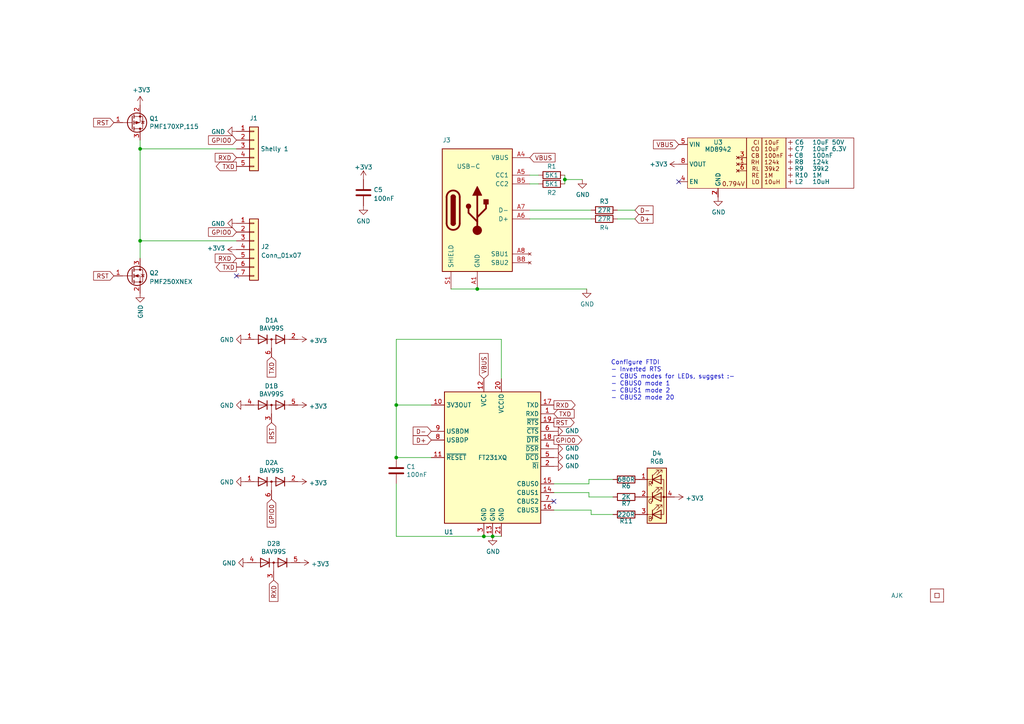
<source format=kicad_sch>
(kicad_sch (version 20230121) (generator eeschema)
  (paper "A4")
  (title_block (title "Tasmotizer") (date "${CURRENT_DATE}") (rev "4") (company "Adrian Kennard, Andrews & Arnold Ltd") (comment 1 "toot.me.uk/@RevK") (comment 2 "www.me.uk"))
  (lib_symbols
    (symbol "Connector_Generic:Conn_01x05" (pin_names (offset 1.016) hide)
      (property "Reference" "J" (at 0 7.62 0))
      (property "Value" "Conn_01x05" (at 0 -7.62 0))
      (symbol "Conn_01x05_1_1"
        (rectangle (start -1.27 -4.953) (end 0 -5.207) (stroke (width 0.1524)))
        (rectangle (start -1.27 -2.413) (end 0 -2.667) (stroke (width 0.1524)))
        (rectangle (start -1.27 0.127) (end 0 -0.127) (stroke (width 0.1524)))
        (rectangle (start -1.27 2.667) (end 0 2.413) (stroke (width 0.1524)))
        (rectangle (start -1.27 5.207) (end 0 4.953) (stroke (width 0.1524)))
        (rectangle (start -1.27 6.35) (end 1.27 -6.35) (stroke (width 0.254)) (fill (type background)))
        (pin passive line (at -5.08 5.08 0) (length 3.81) (name "Pin_1") (number "1"))
        (pin passive line (at -5.08 2.54 0) (length 3.81) (name "Pin_2") (number "2"))
        (pin passive line (at -5.08 0 0) (length 3.81) (name "Pin_3") (number "3"))
        (pin passive line (at -5.08 -2.54 0) (length 3.81) (name "Pin_4") (number "4"))
        (pin passive line (at -5.08 -5.08 0) (length 3.81) (name "Pin_5") (number "5"))
      )
    )
    (symbol "Connector_Generic:Conn_01x07" (pin_names (offset 1.016) hide)
      (property "Reference" "J" (at 0 10.16 0))
      (property "Value" "Conn_01x07" (at 0 -10.16 0))
      (symbol "Conn_01x07_1_1"
        (rectangle (start -1.27 -7.493) (end 0 -7.747) (stroke (width 0.1524)))
        (rectangle (start -1.27 -4.953) (end 0 -5.207) (stroke (width 0.1524)))
        (rectangle (start -1.27 -2.413) (end 0 -2.667) (stroke (width 0.1524)))
        (rectangle (start -1.27 0.127) (end 0 -0.127) (stroke (width 0.1524)))
        (rectangle (start -1.27 2.667) (end 0 2.413) (stroke (width 0.1524)))
        (rectangle (start -1.27 5.207) (end 0 4.953) (stroke (width 0.1524)))
        (rectangle (start -1.27 7.747) (end 0 7.493) (stroke (width 0.1524)))
        (rectangle (start -1.27 8.89) (end 1.27 -8.89) (stroke (width 0.254)) (fill (type background)))
        (pin passive line (at -5.08 7.62 0) (length 3.81) (name "Pin_1") (number "1"))
        (pin passive line (at -5.08 5.08 0) (length 3.81) (name "Pin_2") (number "2"))
        (pin passive line (at -5.08 2.54 0) (length 3.81) (name "Pin_3") (number "3"))
        (pin passive line (at -5.08 0 0) (length 3.81) (name "Pin_4") (number "4"))
        (pin passive line (at -5.08 -2.54 0) (length 3.81) (name "Pin_5") (number "5"))
        (pin passive line (at -5.08 -5.08 0) (length 3.81) (name "Pin_6") (number "6"))
        (pin passive line (at -5.08 -7.62 0) (length 3.81) (name "Pin_7") (number "7"))
      )
    )
    (symbol "Device:C" (pin_numbers hide) (pin_names (offset 0.254))
      (property "Reference" "C" (at 0.635 2.54 0))
      (property "Value" "C" (at 0.635 -2.54 0))
      (symbol "C_0_1"
        (polyline (pts (xy -2.032 -0.762) (xy 2.032 -0.762)) (stroke (width 0.508)))
        (polyline (pts (xy -2.032 0.762) (xy 2.032 0.762)) (stroke (width 0.508)))
      )
      (symbol "C_1_1"
        (pin passive line (at 0 3.81 270) (length 2.794) (name "~") (number "1"))
        (pin passive line (at 0 -3.81 90) (length 2.794) (name "~") (number "2"))
      )
    )
    (symbol "Device:LED_RGBA" (pin_names (offset 0) hide)
      (property "Reference" "D" (at 0 9.398 0))
      (property "Value" "LED_RGBA" (at 0 -8.89 0))
      (symbol "LED_RGBA_0_0"
        (text "B" (at -1.905 -6.35 0) (effects (font (size 1.27 1.27))))
        (text "G" (at -1.905 -1.27 0) (effects (font (size 1.27 1.27))))
        (text "R" (at -1.905 3.81 0) (effects (font (size 1.27 1.27))))
      )
      (symbol "LED_RGBA_0_1"
        (polyline (pts (xy -1.27 -5.08) (xy -2.54 -5.08)))
        (polyline (pts (xy -1.27 -5.08) (xy 1.27 -5.08)))
        (polyline (pts (xy -1.27 -3.81) (xy -1.27 -6.35)) (stroke (width 0.254)))
        (polyline (pts (xy -1.27 0) (xy -2.54 0)))
        (polyline (pts (xy -1.27 1.27) (xy -1.27 -1.27)) (stroke (width 0.254)))
        (polyline (pts (xy -1.27 5.08) (xy -2.54 5.08)))
        (polyline (pts (xy -1.27 5.08) (xy 1.27 5.08)))
        (polyline (pts (xy -1.27 6.35) (xy -1.27 3.81)) (stroke (width 0.254)))
        (polyline (pts (xy 1.27 0) (xy -1.27 0)))
        (polyline (pts (xy 1.27 0) (xy 2.54 0)))
        (polyline (pts (xy -1.27 1.27) (xy -1.27 -1.27) (xy -1.27 -1.27)))
        (polyline (pts (xy -1.27 6.35) (xy -1.27 3.81) (xy -1.27 3.81)))
        (polyline (pts (xy 1.27 -5.08) (xy 2.032 -5.08) (xy 2.032 5.08) (xy 1.27 5.08)))
        (polyline (pts (xy 1.27 -3.81) (xy 1.27 -6.35) (xy -1.27 -5.08) (xy 1.27 -3.81)) (stroke (width 0.254)))
        (polyline (pts (xy 1.27 1.27) (xy 1.27 -1.27) (xy -1.27 0) (xy 1.27 1.27)) (stroke (width 0.254)))
        (polyline (pts (xy 1.27 6.35) (xy 1.27 3.81) (xy -1.27 5.08) (xy 1.27 6.35)) (stroke (width 0.254)))
        (polyline (pts (xy -1.016 -3.81) (xy 0.508 -2.286) (xy -0.254 -2.286) (xy 0.508 -2.286) (xy 0.508 -3.048)))
        (polyline (pts (xy -1.016 1.27) (xy 0.508 2.794) (xy -0.254 2.794) (xy 0.508 2.794) (xy 0.508 2.032)))
        (polyline (pts (xy -1.016 6.35) (xy 0.508 7.874) (xy -0.254 7.874) (xy 0.508 7.874) (xy 0.508 7.112)))
        (polyline (pts (xy 0 -3.81) (xy 1.524 -2.286) (xy 0.762 -2.286) (xy 1.524 -2.286) (xy 1.524 -3.048)))
        (polyline (pts (xy 0 1.27) (xy 1.524 2.794) (xy 0.762 2.794) (xy 1.524 2.794) (xy 1.524 2.032)))
        (polyline (pts (xy 0 6.35) (xy 1.524 7.874) (xy 0.762 7.874) (xy 1.524 7.874) (xy 1.524 7.112)))
        (rectangle (start 1.27 -1.27) (end 1.27 1.27))
        (rectangle (start 1.27 1.27) (end 1.27 1.27))
        (rectangle (start 1.27 3.81) (end 1.27 6.35))
        (rectangle (start 1.27 6.35) (end 1.27 6.35))
        (circle (center 2.032 0) (radius 0.254) (fill (type outline)))
        (rectangle (start 2.794 8.382) (end -2.794 -7.62) (stroke (width 0.254)) (fill (type background)))
      )
      (symbol "LED_RGBA_1_1"
        (pin passive line (at -5.08 5.08 0) (length 2.54) (name "RK") (number "1"))
        (pin passive line (at -5.08 0 0) (length 2.54) (name "GK") (number "2"))
        (pin passive line (at -5.08 -5.08 0) (length 2.54) (name "BK") (number "3"))
        (pin passive line (at 5.08 0 180) (length 2.54) (name "A") (number "4"))
      )
    )
    (symbol "Device:Q_PMOS_GSD" (pin_names (offset 0) hide)
      (property "Reference" "Q" (at 5.08 1.27 0))
      (property "Value" "Q_PMOS_GSD" (at 5.08 -1.27 0))
      (symbol "Q_PMOS_GSD_0_1"
        (polyline (pts (xy 0.254 0) (xy -2.54 0)))
        (polyline (pts (xy 0.254 1.905) (xy 0.254 -1.905)) (stroke (width 0.254)))
        (polyline (pts (xy 0.762 -1.27) (xy 0.762 -2.286)) (stroke (width 0.254)))
        (polyline (pts (xy 0.762 0.508) (xy 0.762 -0.508)) (stroke (width 0.254)))
        (polyline (pts (xy 0.762 2.286) (xy 0.762 1.27)) (stroke (width 0.254)))
        (polyline (pts (xy 2.54 2.54) (xy 2.54 1.778)))
        (polyline (pts (xy 2.54 -2.54) (xy 2.54 0) (xy 0.762 0)))
        (polyline (pts (xy 0.762 1.778) (xy 3.302 1.778) (xy 3.302 -1.778) (xy 0.762 -1.778)))
        (polyline (pts (xy 2.286 0) (xy 1.27 0.381) (xy 1.27 -0.381) (xy 2.286 0)) (fill (type outline)))
        (polyline (pts (xy 2.794 -0.508) (xy 2.921 -0.381) (xy 3.683 -0.381) (xy 3.81 -0.254)))
        (polyline (pts (xy 3.302 -0.381) (xy 2.921 0.254) (xy 3.683 0.254) (xy 3.302 -0.381)))
        (circle (center 1.651 0) (radius 2.794) (stroke (width 0.254)))
        (circle (center 2.54 -1.778) (radius 0.254) (fill (type outline)))
        (circle (center 2.54 1.778) (radius 0.254) (fill (type outline)))
      )
      (symbol "Q_PMOS_GSD_1_1"
        (pin input line (at -5.08 0 0) (length 2.54) (name "G") (number "1"))
        (pin passive line (at 2.54 -5.08 90) (length 2.54) (name "S") (number "2"))
        (pin passive line (at 2.54 5.08 270) (length 2.54) (name "D") (number "3"))
      )
    )
    (symbol "Device:R" (pin_numbers hide) (pin_names (offset 0))
      (property "Reference" "R" (at 2.032 0 90))
      (property "Value" "R" (at 0 0 90))
      (symbol "R_0_1"
        (rectangle (start -1.016 -2.54) (end 1.016 2.54) (stroke (width 0.254)))
      )
      (symbol "R_1_1"
        (pin passive line (at 0 3.81 270) (length 1.27) (name "~") (number "1"))
        (pin passive line (at 0 -3.81 90) (length 1.27) (name "~") (number "2"))
      )
    )
    (symbol "Diode:BAV99S" (pin_names (offset 0.0254) hide)
      (property "Reference" "D" (at 0 2.54 0))
      (property "Value" "BAV99S" (at 0 5.08 0))
      (symbol "BAV99S_0_1"
        (polyline (pts (xy -5.08 0) (xy 5.08 0)))
        (polyline (pts (xy 0 0) (xy 0 -2.54)))
        (polyline (pts (xy -1.27 -1.27) (xy -1.27 1.27) (xy -1.27 1.27)) (stroke (width 0.254)))
        (polyline (pts (xy 3.81 1.27) (xy 3.81 -1.27) (xy 3.81 -1.27)) (stroke (width 0.254)))
        (polyline (pts (xy -3.81 1.27) (xy -1.27 0) (xy -3.81 -1.27) (xy -3.81 1.27) (xy -3.81 1.27) (xy -3.81 1.27)) (stroke (width 0.254)))
        (polyline (pts (xy 1.27 1.27) (xy 3.81 0) (xy 1.27 -1.27) (xy 1.27 1.27) (xy 1.27 1.27) (xy 1.27 1.27)) (stroke (width 0.254)))
        (circle (center 0 0) (radius 0.254) (fill (type outline)))
      )
      (symbol "BAV99S_1_1"
        (polyline (pts (xy 6.35 0) (xy 7.62 0)))
        (pin passive line (at -7.62 0 0) (length 2.54) (name "A1") (number "1"))
        (pin passive line (at 7.62 0 180) (length 2.54) (name "K2") (number "2"))
        (pin passive line (at 0 -5.08 90) (length 2.54) (name "K3A4") (number "6"))
      )
      (symbol "BAV99S_2_1"
        (polyline (pts (xy 6.35 0) (xy 7.62 0)))
        (pin passive line (at 0 -5.08 90) (length 2.54) (name "K1A2") (number "3"))
        (pin passive line (at -7.62 0 0) (length 2.54) (name "A3") (number "4"))
        (pin passive line (at 7.62 0 180) (length 2.54) (name "K4") (number "5"))
      )
    )
    (symbol "RevK:AJK" (pin_names (offset 1.016)) (in_bom no)
      (property "Value" "AJK" (at 0 0 0))
    )
    (symbol "RevK:FT231XQ"
      (property "Reference" "U" (at -13.97 20.32 0))
      (property "Value" "FT231XQ" (at 6.35 20.32 0))
      (property "JLCPCB Rotation Offset" "90" (at 0 0 0))
      (symbol "FT231XQ_0_1"
        (rectangle (start -13.97 19.05) (end 13.97 -19.05) (stroke (width 0.254)) (fill (type background)))
      )
      (symbol "FT231XQ_1_1"
        (pin input line (at 17.78 12.7 180) (length 3.81) (name "RXD") (number "1"))
        (pin passive line (at -17.78 15.24 0) (length 3.81) (name "3V3OUT") (number "10"))
        (pin input line (at -17.78 0 0) (length 3.81) (name "~{RESET}") (number "11"))
        (pin power_in line (at -2.54 22.86 270) (length 3.81) (name "VCC") (number "12"))
        (pin power_in line (at 0 -22.86 90) (length 3.81) (name "GND") (number "13"))
        (pin bidirectional line (at 17.78 -10.16 180) (length 3.81) (name "CBUS1") (number "14"))
        (pin bidirectional line (at 17.78 -7.62 180) (length 3.81) (name "CBUS0") (number "15"))
        (pin bidirectional line (at 17.78 -15.24 180) (length 3.81) (name "CBUS3") (number "16"))
        (pin output line (at 17.78 15.24 180) (length 3.81) (name "TXD") (number "17"))
        (pin output line (at 17.78 5.08 180) (length 3.81) (name "~{DTR}") (number "18"))
        (pin output line (at 17.78 10.16 180) (length 3.81) (name "~{RTS}") (number "19"))
        (pin input line (at 17.78 -2.54 180) (length 3.81) (name "~{RI}") (number "2"))
        (pin power_in line (at 2.54 22.86 270) (length 3.81) (name "VCCIO") (number "20"))
        (pin power_in line (at 2.54 -22.86 90) (length 3.81) (name "GND") (number "21"))
        (pin power_in line (at -2.54 -22.86 90) (length 3.81) (name "GND") (number "3"))
        (pin input line (at 17.78 2.54 180) (length 3.81) (name "~{DSR}") (number "4"))
        (pin input line (at 17.78 0 180) (length 3.81) (name "~{DCD}") (number "5"))
        (pin input line (at 17.78 7.62 180) (length 3.81) (name "~{CTS}") (number "6"))
        (pin bidirectional line (at 17.78 -12.7 180) (length 3.81) (name "CBUS2") (number "7"))
        (pin bidirectional line (at -17.78 5.08 0) (length 3.81) (name "USBDP") (number "8"))
        (pin bidirectional line (at -17.78 7.62 0) (length 3.81) (name "USBDM") (number "9"))
      )
    )
    (symbol "RevK:Hidden" (pin_names (offset 1.016))
      (property "Reference" "Z" (at 0.635 0 0))
      (property "Value" "Hidden" (at 4.445 0 0))
      (symbol "Hidden_0_1"
        (polyline (pts (xy -0.635 0) (xy 0.635 0)) (stroke (width 0.1524)))
        (polyline (pts (xy 0 0.635) (xy 0 -0.635)) (stroke (width 0.1524)))
      )
      (symbol "Hidden_1_1"
        (pin no_connect non_logic (at 0 -2.54 90) (length 2.54) hide (name "~") (number "~"))
      )
    )
    (symbol "RevK:MD89420-RegBlock"
      (property "Reference" "U" (at -0.635 4.445 0))
      (property "Value" "MD8942" (at 0 6.35 0))
      (symbol "MD89420-RegBlock_1_1"
        (rectangle (start -8.89 7.62) (end 8.255 -6.985) (fill (type background)))
        (rectangle (start 8.255 7.62) (end 12.7 -6.985) (fill (type background)))
        (rectangle (start 12.7 7.62) (end 19.685 -6.985) (fill (type background)))
        (rectangle (start 19.685 7.62) (end 39.37 -6.985))
        (text "0.794V" (at 4.445 -5.715 0) (effects (font (size 1.27 1.27))))
        (text "10uF\n10uF\n100nF\n124k\n39k2\n1M\n10uH" (at 13.335 6.985 0) (effects (font (size 1.185 1.185)) (justify left top)))
        (text "CI\nCO\nCB\nRH\nRL\nRE\nLO" (at 12.065 6.985 0) (effects (font (size 1.185 1.185)) (justify right top)))
        (pin no_connect line (at 5.715 0 0) (length 2.54) (name "") (number "1"))
        (pin power_in line (at 0 -9.525 90) (length 2.54) (name "GND") (number "2"))
        (pin no_connect line (at 5.715 1.905 0) (length 2.54) (name "") (number "3"))
        (pin input line (at -11.43 -5.08 0) (length 2.54) (name "EN") (number "4"))
        (pin power_in line (at -11.43 5.715 0) (length 2.54) (name "VIN") (number "5"))
        (pin no_connect line (at 5.715 -1.905 0) (length 2.54) (name "") (number "6"))
        (pin power_in line (at 0 -9.525 90) (length 2.54) (name "GND") (number "7"))
        (pin power_out line (at -11.43 0 0) (length 2.54) (name "VOUT") (number "8"))
      )
    )
    (symbol "RevK:NX7002AK" (pin_names (offset 0) hide)
      (property "Reference" "Q" (at 5.08 1.27 0))
      (property "Value" "NX7002AK" (at 5.08 -1.27 0))
      (symbol "NX7002AK_0_1"
        (polyline (pts (xy 0.254 0) (xy -2.54 0)))
        (polyline (pts (xy 0.254 1.905) (xy 0.254 -1.905)) (stroke (width 0.254)))
        (polyline (pts (xy 0.762 -1.27) (xy 0.762 -2.286)) (stroke (width 0.254)))
        (polyline (pts (xy 0.762 0.508) (xy 0.762 -0.508)) (stroke (width 0.254)))
        (polyline (pts (xy 0.762 2.286) (xy 0.762 1.27)) (stroke (width 0.254)))
        (polyline (pts (xy 2.54 2.54) (xy 2.54 1.778)))
        (polyline (pts (xy 2.54 -2.54) (xy 2.54 0) (xy 0.762 0)))
        (polyline (pts (xy 0.762 -1.778) (xy 3.302 -1.778) (xy 3.302 1.778) (xy 0.762 1.778)))
        (polyline (pts (xy 1.016 0) (xy 2.032 0.381) (xy 2.032 -0.381) (xy 1.016 0)) (fill (type outline)))
        (polyline (pts (xy 2.794 0.508) (xy 2.921 0.381) (xy 3.683 0.381) (xy 3.81 0.254)))
        (polyline (pts (xy 3.302 0.381) (xy 2.921 -0.254) (xy 3.683 -0.254) (xy 3.302 0.381)))
        (circle (center 1.651 0) (radius 2.794) (stroke (width 0.254)))
        (circle (center 2.54 -1.778) (radius 0.254) (fill (type outline)))
        (circle (center 2.54 1.778) (radius 0.254) (fill (type outline)))
      )
      (symbol "NX7002AK_1_1"
        (pin input line (at -5.08 0 0) (length 2.54) (name "G") (number "1"))
        (pin passive line (at 2.54 -5.08 90) (length 2.54) (name "S") (number "2"))
        (pin passive line (at 2.54 5.08 270) (length 2.54) (name "D") (number "3"))
      )
    )
    (symbol "RevK:QR" (pin_names (offset 1.016)) (in_bom no)
      (symbol "QR_0_1"
        (rectangle (start -1.905 -1.905) (end -1.905 1.905))
        (rectangle (start -1.905 1.905) (end 1.905 1.905))
        (rectangle (start -0.635 -0.635) (end -0.635 0.635))
        (rectangle (start -0.635 0.635) (end 0.635 0.635))
        (rectangle (start 0.635 -0.635) (end -0.635 -0.635))
        (rectangle (start 0.635 0.635) (end 0.635 -0.635))
        (rectangle (start 1.905 -1.905) (end -1.905 -1.905))
        (rectangle (start 1.905 1.905) (end 1.905 -1.905))
      )
    )
    (symbol "RevK:USB-C" (pin_names (offset 1.016))
      (property "Reference" "J" (at -10.16 19.05 0))
      (property "Value" "USB-C" (at -7.62 15.24 0))
      (symbol "USB-C_0_1"
        (rectangle (start -10.16 17.78) (end 10.16 -17.78) (stroke (width 0.254)) (fill (type background)))
        (arc (start -8.89 -3.81) (mid -6.985 -5.7067) (end -5.08 -3.81) (stroke (width 0.508)))
        (arc (start -7.62 -3.81) (mid -6.985 -4.4423) (end -6.35 -3.81) (stroke (width 0.254)))
        (arc (start -7.62 -3.81) (mid -6.985 -4.4423) (end -6.35 -3.81) (stroke (width 0.254)) (fill (type outline)))
        (rectangle (start -7.62 -3.81) (end -6.35 3.81) (stroke (width 0.254)) (fill (type outline)))
        (arc (start -6.35 3.81) (mid -6.985 4.4423) (end -7.62 3.81) (stroke (width 0.254)))
        (arc (start -6.35 3.81) (mid -6.985 4.4423) (end -7.62 3.81) (stroke (width 0.254)) (fill (type outline)))
        (arc (start -5.08 3.81) (mid -6.985 5.7067) (end -8.89 3.81) (stroke (width 0.508)))
        (circle (center -2.54 1.143) (radius 0.635) (stroke (width 0.254)) (fill (type outline)))
        (circle (center 0 -5.842) (radius 1.27) (fill (type outline)))
        (polyline (pts (xy -8.89 -3.81) (xy -8.89 3.81)) (stroke (width 0.508)))
        (polyline (pts (xy -5.08 3.81) (xy -5.08 -3.81)) (stroke (width 0.508)))
        (polyline (pts (xy 0 -5.842) (xy 0 4.318)) (stroke (width 0.508)))
        (polyline (pts (xy 0 -3.302) (xy -2.54 -0.762) (xy -2.54 0.508)) (stroke (width 0.508)))
        (polyline (pts (xy 0 -2.032) (xy 2.54 0.508) (xy 2.54 1.778)) (stroke (width 0.508)))
        (polyline (pts (xy -1.27 4.318) (xy 0 6.858) (xy 1.27 4.318) (xy -1.27 4.318)) (stroke (width 0.254)) (fill (type outline)))
        (rectangle (start 1.905 1.778) (end 3.175 3.048) (stroke (width 0.254)) (fill (type outline)))
      )
      (symbol "USB-C_1_1"
        (pin power_out line (at 0 -22.86 90) (length 5.08) (name "GND") (number "A1"))
        (pin passive line (at 0 -22.86 90) (length 5.08) hide (name "GND") (number "A12"))
        (pin power_out line (at 15.24 15.24 180) (length 5.08) (name "VBUS") (number "A4"))
        (pin bidirectional line (at 15.24 10.16 180) (length 5.08) (name "CC1") (number "A5"))
        (pin bidirectional line (at 15.24 -2.54 180) (length 5.08) (name "D+") (number "A6"))
        (pin bidirectional line (at 15.24 0 180) (length 5.08) (name "D-") (number "A7"))
        (pin no_connect line (at 15.24 -12.7 180) (length 5.08) (name "SBU1") (number "A8"))
        (pin passive line (at 15.24 15.24 180) (length 5.08) hide (name "VBUS") (number "A9"))
        (pin passive line (at 0 -22.86 90) (length 5.08) hide (name "GND") (number "B1"))
        (pin passive line (at 0 -22.86 90) (length 5.08) hide (name "GND") (number "B12"))
        (pin passive line (at 15.24 15.24 180) (length 5.08) hide (name "VBUS") (number "B4"))
        (pin bidirectional line (at 15.24 7.62 180) (length 5.08) (name "CC2") (number "B5"))
        (pin bidirectional line (at 15.24 -2.54 180) (length 5.08) hide (name "D+") (number "B6"))
        (pin bidirectional line (at 15.24 0 180) (length 5.08) hide (name "D-") (number "B7"))
        (pin no_connect line (at 15.24 -15.24 180) (length 5.08) (name "SBU2") (number "B8"))
        (pin passive line (at 15.24 15.24 180) (length 5.08) hide (name "VBUS") (number "B9"))
        (pin passive line (at -7.62 -22.86 90) (length 5.08) (name "SHIELD") (number "S1"))
      )
    )
    (symbol "power:+3.3V" (power) (pin_names (offset 0))
      (property "Value" "+3.3V" (at 0 3.556 0))
      (symbol "+3.3V_0_1"
        (polyline (pts (xy -0.762 1.27) (xy 0 2.54)))
        (polyline (pts (xy 0 0) (xy 0 2.54)))
        (polyline (pts (xy 0 2.54) (xy 0.762 1.27)))
      )
      (symbol "+3.3V_1_1"
        (pin power_in line (at 0 0 90) (length 0) hide (name "+3V3") (number "1"))
      )
    )
    (symbol "power:GND" (power) (pin_names (offset 0))
      (property "Value" "GND" (at 0 -3.81 0))
      (symbol "GND_0_1"
        (polyline (pts (xy 0 0) (xy 0 -1.27) (xy 1.27 -1.27) (xy 0 -2.54) (xy -1.27 -1.27) (xy 0 -1.27)))
      )
      (symbol "GND_1_1"
        (pin power_in line (at 0 0 270) (length 0) hide (name "GND") (number "1"))
      )
    )
  )
  (junction (at 114.935 117.475))
  (junction (at 40.64 43.18))
  (junction (at 114.935 132.715))
  (junction (at 40.64 69.85))
  (junction (at 142.875 155.575))
  (junction (at 163.83 52.07))
  (junction (at 140.335 155.575))
  (junction (at 138.43 83.82))
  (no_connect (at 196.85 52.705))
  (no_connect (at 68.58 80.01))
  (no_connect (at 160.655 145.415))
  (wire (pts (xy 130.81 83.82) (xy 138.43 83.82)))
  (wire (pts (xy 163.83 52.07) (xy 163.83 53.34)))
  (wire (pts (xy 40.64 40.64) (xy 40.64 43.18)))
  (wire (pts (xy 170.815 140.335) (xy 170.815 139.065)))
  (wire (pts (xy 171.45 149.225) (xy 177.8 149.225)))
  (wire (pts (xy 145.415 109.855) (xy 145.415 98.425)))
  (wire (pts (xy 160.655 140.335) (xy 170.815 140.335)))
  (wire (pts (xy 163.83 50.8) (xy 163.83 52.07)))
  (wire (pts (xy 40.64 43.18) (xy 40.64 69.85)))
  (wire (pts (xy 171.45 147.955) (xy 171.45 149.225)))
  (wire (pts (xy 145.415 155.575) (xy 142.875 155.575)))
  (wire (pts (xy 153.67 53.34) (xy 156.21 53.34)))
  (wire (pts (xy 114.935 155.575) (xy 140.335 155.575)))
  (wire (pts (xy 179.07 60.96) (xy 184.15 60.96)))
  (wire (pts (xy 114.935 140.335) (xy 114.935 155.575)))
  (wire (pts (xy 114.935 117.475) (xy 114.935 132.715)))
  (wire (pts (xy 153.67 63.5) (xy 171.45 63.5)))
  (wire (pts (xy 179.07 63.5) (xy 184.15 63.5)))
  (wire (pts (xy 168.91 52.07) (xy 163.83 52.07)))
  (wire (pts (xy 153.67 60.96) (xy 171.45 60.96)))
  (wire (pts (xy 40.64 43.18) (xy 68.58 43.18)))
  (wire (pts (xy 145.415 98.425) (xy 114.935 98.425)))
  (wire (pts (xy 160.655 142.875) (xy 170.815 142.875)))
  (wire (pts (xy 153.67 50.8) (xy 156.21 50.8)))
  (wire (pts (xy 40.64 69.85) (xy 40.64 74.93)))
  (wire (pts (xy 160.655 147.955) (xy 171.45 147.955)))
  (wire (pts (xy 140.335 155.575) (xy 142.875 155.575)))
  (wire (pts (xy 170.815 142.875) (xy 170.815 144.145)))
  (wire (pts (xy 40.64 69.85) (xy 68.58 69.85)))
  (wire (pts (xy 138.43 83.82) (xy 170.18 83.82)))
  (wire (pts (xy 125.095 117.475) (xy 114.935 117.475)))
  (wire (pts (xy 170.815 144.145) (xy 177.8 144.145)))
  (wire (pts (xy 114.935 132.715) (xy 125.095 132.715)))
  (wire (pts (xy 114.935 98.425) (xy 114.935 117.475)))
  (wire (pts (xy 170.815 139.065) (xy 177.8 139.065)))
  (text "Configure FTDI\n- Inverted RTS\n- CBUS modes for LEDs, suggest :-\n- CBUS0 mode 1\n- CBUS1 mode 2\n- CBUS2 mode 20" (at 177.165 116.205 0) (effects (font (size 1.27 1.27)) (justify left bottom)))
  (global_label "TXD" (shape output) (at 68.58 77.47 180) (property "Intersheetrefs" "${INTERSHEET_REFS}" (effects hide)))
  (global_label "TXD" (shape input) (at 160.655 120.015 0) (property "Intersheetrefs" "${INTERSHEET_REFS}" (effects hide)))
  (global_label "VBUS" (shape input) (at 196.85 41.91 180) (property "Intersheetrefs" "${INTERSHEET_REFS}" (effects hide)))
  (global_label "RXD" (shape output) (at 160.655 117.475 0) (property "Intersheetrefs" "${INTERSHEET_REFS}" (effects hide)))
  (global_label "D-" (shape input) (at 125.095 125.095 180) (property "Intersheetrefs" "${INTERSHEET_REFS}" (effects hide)))
  (global_label "GPIO0" (shape output) (at 160.655 127.635 0) (property "Intersheetrefs" "${INTERSHEET_REFS}" (effects hide)))
  (global_label "RST" (shape input) (at 33.02 35.56 180) (property "Intersheetrefs" "${INTERSHEET_REFS}" (effects hide)))
  (global_label "RST" (shape output) (at 160.655 122.555 0) (property "Intersheetrefs" "${INTERSHEET_REFS}" (effects hide)))
  (global_label "D-" (shape input) (at 184.15 60.96 0) (property "Intersheetrefs" "${INTERSHEET_REFS}" (effects hide)))
  (global_label "TXD" (shape input) (at 78.74 103.505 270) (property "Intersheetrefs" "${INTERSHEET_REFS}" (effects hide)))
  (global_label "RXD" (shape input) (at 68.58 74.93 180) (property "Intersheetrefs" "${INTERSHEET_REFS}" (effects hide)))
  (global_label "TXD" (shape output) (at 68.58 48.26 180) (property "Intersheetrefs" "${INTERSHEET_REFS}" (effects hide)))
  (global_label "RST" (shape input) (at 33.02 80.01 180) (property "Intersheetrefs" "${INTERSHEET_REFS}" (effects hide)))
  (global_label "GPIO0" (shape input) (at 68.58 40.64 180) (property "Intersheetrefs" "${INTERSHEET_REFS}" (effects hide)))
  (global_label "VBUS" (shape input) (at 153.67 45.72 0) (property "Intersheetrefs" "${INTERSHEET_REFS}" (effects hide)))
  (global_label "GPIO0" (shape input) (at 78.74 144.78 270) (property "Intersheetrefs" "${INTERSHEET_REFS}" (effects hide)))
  (global_label "GPIO0" (shape input) (at 68.58 67.31 180) (property "Intersheetrefs" "${INTERSHEET_REFS}" (effects hide)))
  (global_label "D+" (shape input) (at 125.095 127.635 180) (property "Intersheetrefs" "${INTERSHEET_REFS}" (effects hide)))
  (global_label "RST" (shape input) (at 78.74 122.555 270) (property "Intersheetrefs" "${INTERSHEET_REFS}" (effects hide)))
  (global_label "RXD" (shape input) (at 68.58 45.72 180) (property "Intersheetrefs" "${INTERSHEET_REFS}" (effects hide)))
  (global_label "VBUS" (shape input) (at 140.335 109.855 90) (property "Intersheetrefs" "${INTERSHEET_REFS}" (effects hide)))
  (global_label "RXD" (shape input) (at 79.375 168.275 270) (property "Intersheetrefs" "${INTERSHEET_REFS}" (effects hide)))
  (global_label "D+" (shape input) (at 184.15 63.5 0) (property "Intersheetrefs" "${INTERSHEET_REFS}" (effects hide)))
  (symbol (lib_id "RevK:USB-C") (at 138.43 60.96 0) (unit 1)
    (property "Reference" "J3" (at 129.54 40.64 0))
    (property "Value" "USB-C" (at 135.89 48.26 0))
    (property "Footprint" "RevK:USC16-TR" (effects hide))
    (property "Manufacturer" "Valcon" (effects hide))
    (property "Part No" "CSP-USC16-TR" (effects hide))
    (property "LCSC Part #" "C709357" (effects hide))
    (property "JLCPCB Rotation Offset" "0" (effects hide))
  )
  (symbol (lib_id "Device:R") (at 160.02 50.8 90) (unit 1)
    (property "Reference" "R1" (at 160.02 48.26 90))
    (property "Value" "5K1" (at 160.02 50.8 90))
    (property "Footprint" "RevK:R_0402" (effects hide))
  )
  (symbol (lib_id "power:GND") (at 168.91 52.07 0) (unit 1)
    (property "Reference" "#PWR019" (effects hide))
    (property "Value" "GND" (at 169.037 56.4642 0))
  )
  (symbol (lib_id "power:GND") (at 170.18 83.82 0) (unit 1)
    (property "Reference" "#PWR020" (effects hide))
    (property "Value" "GND" (at 170.307 88.2142 0))
  )
  (symbol (lib_id "Device:R") (at 160.02 53.34 270) (unit 1)
    (property "Reference" "R2" (at 160.02 55.88 90))
    (property "Value" "5K1" (at 160.02 53.34 90))
    (property "Footprint" "RevK:R_0402" (effects hide))
  )
  (symbol (lib_id "Device:R") (at 175.26 60.96 90) (unit 1)
    (property "Reference" "R3" (at 175.26 58.42 90))
    (property "Value" "27R" (at 175.26 60.96 90))
    (property "Footprint" "RevK:R_0402" (effects hide))
  )
  (symbol (lib_id "Device:R") (at 175.26 63.5 90) (unit 1)
    (property "Reference" "R4" (at 175.26 66.04 90))
    (property "Value" "27R" (at 175.26 63.5 90))
    (property "Footprint" "RevK:R_0402" (effects hide))
  )
  (symbol (lib_id "Connector_Generic:Conn_01x05") (at 73.66 43.18 0) (unit 1)
    (property "Reference" "J1" (at 72.39 34.29 0) (effects (justify left)))
    (property "Value" "Shelly 1" (at 75.565 43.18 0) (effects (justify left)))
    (property "Footprint" "RevK:PinHeader_1x05_P2.54mm_Right" (effects hide))
    (property "LCSC Part #" "C225491" (effects hide))
  )
  (symbol (lib_id "power:GND") (at 68.58 64.77 270) (unit 1)
    (property "Reference" "#PWR04" (effects hide))
    (property "Value" "GND" (at 65.3288 64.897 90) (effects (justify right)))
  )
  (symbol (lib_id "power:GND") (at 68.58 38.1 270) (unit 1)
    (property "Reference" "#PWR03" (effects hide))
    (property "Value" "GND" (at 65.3288 38.227 90) (effects (justify right)))
  )
  (symbol (lib_id "power:+3.3V") (at 68.58 72.39 90) (unit 1)
    (property "Reference" "#PWR05" (effects hide))
    (property "Value" "+3.3V" (at 65.3288 72.009 90) (effects (justify left)))
  )
  (symbol (lib_id "RevK:FT231XQ") (at 142.875 132.715 0) (unit 1)
    (property "Reference" "U1" (at 130.175 154.305 0))
    (property "Value" "FT231XQ" (at 142.875 132.715 0))
    (property "Footprint" "RevK:QFN-20-1EP_4x4mm_P0.5mm_EP2.5x2.5mm" (effects hide))
    (property "Datasheet" "https://www.ftdichip.com/Support/Documents/DataSheets/ICs/DS_FT231X.pdf" (effects hide))
    (property "Manufacturer" "FTDI" (effects hide))
    (property "Part No" "FT231XQ" (effects hide))
    (property "LCSC Part #" "C132159" (effects hide))
    (property "JLCPCB Rotation Offset" "-90" (effects hide))
  )
  (symbol (lib_id "power:GND") (at 160.655 125.095 90) (unit 1)
    (property "Reference" "#PWR015" (effects hide))
    (property "Value" "GND" (at 163.9062 124.968 90) (effects (justify right)))
  )
  (symbol (lib_id "power:GND") (at 142.875 155.575 0) (unit 1)
    (property "Reference" "#PWR014" (effects hide))
    (property "Value" "GND" (at 143.002 159.9692 0))
  )
  (symbol (lib_id "power:GND") (at 160.655 130.175 90) (unit 1)
    (property "Reference" "#PWR016" (effects hide))
    (property "Value" "GND" (at 163.9062 130.048 90) (effects (justify right)))
  )
  (symbol (lib_id "power:GND") (at 160.655 132.715 90) (unit 1)
    (property "Reference" "#PWR017" (effects hide))
    (property "Value" "GND" (at 163.9062 132.588 90) (effects (justify right)))
  )
  (symbol (lib_id "Device:C") (at 114.935 136.525 0) (unit 1)
    (property "Reference" "C1" (at 117.856 135.3566 0) (effects (justify left)))
    (property "Value" "100nF" (at 117.856 137.668 0) (effects (justify left)))
    (property "Footprint" "RevK:C_0402" (effects hide))
  )
  (symbol (lib_id "power:GND") (at 160.655 135.255 90) (unit 1)
    (property "Reference" "#PWR018" (effects hide))
    (property "Value" "GND" (at 163.9062 135.128 90) (effects (justify right)))
  )
  (symbol (lib_id "RevK:AJK") (at 257.81 172.72 0) (unit 1) (in_bom no)
    (property "Reference" "Art1" (effects hide))
    (property "Value" "AJK" (at 258.445 172.72 0) (effects (justify left)))
    (property "Footprint" "RevK:AJK" (effects hide))
    (property "Note" "Non part, PCB printed" (effects hide))
  )
  (symbol (lib_id "Diode:BAV99S") (at 78.74 98.425 0) (unit 1)
    (property "Reference" "D1" (at 78.74 92.9132 0))
    (property "Value" "BAV99S" (at 78.74 95.2246 0))
    (property "Footprint" "RevK:SOT-363_SC-70-6" (effects hide))
    (property "Datasheet" "https://assets.nexperia.com/documents/data-sheet/BAV99_SER.pdf" (effects hide))
    (property "LCSC Part #" "C68987" (effects hide))
    (property "JLCPCB Rotation Offset" "-90" (effects hide))
  )
  (symbol (lib_id "Diode:BAV99S") (at 78.74 117.475 0) (unit 2)
    (property "Reference" "D1" (at 78.74 111.9632 0))
    (property "Value" "BAV99S" (at 78.74 114.2746 0))
    (property "Footprint" "RevK:SOT-363_SC-70-6" (effects hide))
    (property "Datasheet" "https://assets.nexperia.com/documents/data-sheet/BAV99_SER.pdf" (effects hide))
    (property "LCSC Part #" "C68987" (effects hide))
    (property "JLCPCB Rotation Offset" "-90" (effects hide))
  )
  (symbol (lib_id "Device:Q_PMOS_GSD") (at 38.1 35.56 0) (mirror x) (unit 1)
    (property "Reference" "Q1" (at 43.307 34.3916 0) (effects (justify left)))
    (property "Value" "PMF170XP,115" (at 43.307 36.703 0) (effects (justify left)))
    (property "Footprint" "RevK:SOT-323_SC-70" (effects hide))
    (property "Note" "Any P-Channel SOT323 that does 3.3V/0.5A" (effects hide))
  )
  (symbol (lib_id "Diode:BAV99S") (at 78.74 139.7 0) (unit 1)
    (property "Reference" "D2" (at 78.74 134.1882 0))
    (property "Value" "BAV99S" (at 78.74 136.4996 0))
    (property "Footprint" "RevK:SOT-363_SC-70-6" (effects hide))
    (property "Datasheet" "https://assets.nexperia.com/documents/data-sheet/BAV99_SER.pdf" (effects hide))
    (property "LCSC Part #" "C68987" (effects hide))
    (property "JLCPCB Rotation Offset" "-90" (effects hide))
  )
  (symbol (lib_id "power:+3.3V") (at 86.36 98.425 270) (unit 1)
    (property "Reference" "#PWR010" (effects hide))
    (property "Value" "+3.3V" (at 89.6112 98.806 90) (effects (justify left)))
  )
  (symbol (lib_id "power:+3.3V") (at 86.36 117.475 270) (unit 1)
    (property "Reference" "#PWR011" (effects hide))
    (property "Value" "+3.3V" (at 89.6112 117.856 90) (effects (justify left)))
  )
  (symbol (lib_id "power:GND") (at 71.12 117.475 270) (unit 1)
    (property "Reference" "#PWR07" (effects hide))
    (property "Value" "GND" (at 67.8688 117.602 90) (effects (justify right)))
  )
  (symbol (lib_id "power:GND") (at 71.12 98.425 270) (unit 1)
    (property "Reference" "#PWR06" (effects hide))
    (property "Value" "GND" (at 67.8688 98.552 90) (effects (justify right)))
  )
  (symbol (lib_id "Diode:BAV99S") (at 79.375 163.195 0) (unit 2)
    (property "Reference" "D2" (at 79.375 157.6832 0))
    (property "Value" "BAV99S" (at 79.375 159.9946 0))
    (property "Footprint" "RevK:SOT-363_SC-70-6" (effects hide))
    (property "Datasheet" "https://assets.nexperia.com/documents/data-sheet/BAV99_SER.pdf" (effects hide))
    (property "LCSC Part #" "C68987" (effects hide))
    (property "JLCPCB Rotation Offset" "-90" (effects hide))
  )
  (symbol (lib_id "power:+3.3V") (at 40.64 30.48 0) (unit 1)
    (property "Reference" "#PWR01" (effects hide))
    (property "Value" "+3.3V" (at 41.021 26.0858 0))
  )
  (symbol (lib_id "power:GND") (at 71.12 139.7 270) (unit 1)
    (property "Reference" "#PWR08" (effects hide))
    (property "Value" "GND" (at 67.8688 139.827 90) (effects (justify right)))
  )
  (symbol (lib_id "power:GND") (at 71.755 163.195 270) (unit 1)
    (property "Reference" "#PWR09" (effects hide))
    (property "Value" "GND" (at 68.5038 163.322 90) (effects (justify right)))
  )
  (symbol (lib_id "power:+3.3V") (at 86.36 139.7 270) (unit 1)
    (property "Reference" "#PWR012" (effects hide))
    (property "Value" "+3.3V" (at 89.6112 140.081 90) (effects (justify left)))
  )
  (symbol (lib_id "power:+3.3V") (at 86.995 163.195 270) (unit 1)
    (property "Reference" "#PWR013" (effects hide))
    (property "Value" "+3.3V" (at 90.2462 163.576 90) (effects (justify left)))
  )
  (symbol (lib_id "RevK:QR") (at 271.78 172.72 0) (unit 1) (in_bom no)
    (property "Reference" "Art2" (effects hide))
    (property "Value" "QR" (effects hide))
    (property "Footprint" "RevK:QR-TAS" (effects hide))
    (property "Note" "Non part, PCB printed" (effects hide))
  )
  (symbol (lib_id "Device:LED_RGBA") (at 190.5 144.145 0) (unit 1)
    (property "Reference" "D4" (at 190.5 131.5212 0))
    (property "Value" "RGB" (at 190.5 133.8326 0))
    (property "Footprint" "RevK:LED-RGB-1.6x1.6" (effects hide))
    (property "Manufacturer" "Kingbright" (effects hide))
    (property "Part No" "APTF1616LSEEZGKQBKC" (effects hide))
    (property "LCSC Part #" "C264508" (effects hide))
  )
  (symbol (lib_id "RevK:Hidden") (at 229.235 50.8 0) (unit 1)
    (property "Reference" "R10" (at 230.505 50.8 0) (effects (justify left)))
    (property "Value" "1M" (at 235.585 50.8 0) (effects (justify left)))
    (property "Footprint" "RevK:R_0402_" (effects hide))
  )
  (symbol (lib_id "RevK:Hidden") (at 229.235 52.705 90) (unit 1)
    (property "Reference" "L2" (at 230.505 52.705 90) (effects (justify right)))
    (property "Value" "10uH" (at 235.585 52.705 90) (effects (justify right)))
    (property "Footprint" "RevK:L_4x4_" (effects hide))
  )
  (symbol (lib_id "Connector_Generic:Conn_01x07") (at 73.66 72.39 0) (unit 1)
    (property "Reference" "J2" (at 75.692 71.5553 0) (effects (justify left)))
    (property "Value" "Conn_01x07" (at 75.692 74.0922 0) (effects (justify left)))
    (property "Footprint" "RevK:PinHeader_1x07_P1.27mm_Vertical" (effects hide))
    (property "LCSC Part #" "C2832274" (effects hide))
    (property "JLCPCB Rotation Offset" "90" (effects hide))
  )
  (symbol (lib_id "power:+3.3V") (at 195.58 144.145 270) (unit 1)
    (property "Reference" "#PWR022" (effects hide))
    (property "Value" "+3.3V" (at 198.8312 144.526 90) (effects (justify left)))
  )
  (symbol (lib_id "power:GND") (at 40.64 85.09 0) (unit 1)
    (property "Reference" "#PWR02" (effects hide))
    (property "Value" "GND" (at 40.767 88.3412 90) (effects (justify right)))
  )
  (symbol (lib_id "power:GND") (at 105.41 59.69 0) (unit 1)
    (property "Reference" "#PWR026" (effects hide))
    (property "Value" "GND" (at 105.41 64.1334 0))
  )
  (symbol (lib_id "RevK:NX7002AK") (at 38.1 80.01 0) (unit 1)
    (property "Reference" "Q2" (at 43.307 79.1753 0) (effects (justify left)))
    (property "Value" "PMF250XNEX" (at 43.307 81.7122 0) (effects (justify left)))
    (property "Footprint" "RevK:SOT-323_SC-70" (effects hide))
  )
  (symbol (lib_id "power:+3.3V") (at 196.85 47.625 90) (unit 1)
    (property "Reference" "#PWR027" (effects hide))
    (property "Value" "+3.3V" (at 193.675 47.625 90) (effects (justify left)))
  )
  (symbol (lib_id "RevK:Hidden") (at 229.235 41.275 0) (unit 1)
    (property "Reference" "C6" (at 230.505 41.275 0) (effects (justify left)))
    (property "Value" "10uF 50V" (at 235.585 41.275 0) (effects (justify left)))
    (property "Footprint" "RevK:C_0603_" (effects hide))
    (property "LCSC Part #" "C1591" (effects hide))
  )
  (symbol (lib_id "Device:R") (at 181.61 144.145 270) (unit 1)
    (property "Reference" "R7" (at 181.61 146.05 90))
    (property "Value" "2K" (at 181.61 144.145 90))
    (property "Footprint" "RevK:R_0402" (effects hide))
  )
  (symbol (lib_id "RevK:Hidden") (at 229.235 48.895 270) (unit 1)
    (property "Reference" "R9" (at 231.775 48.895 90))
    (property "Value" "39k2" (at 235.585 48.895 90) (effects (justify left)))
    (property "Footprint" "RevK:R_0402_" (effects hide))
  )
  (symbol (lib_id "RevK:MD89420-RegBlock") (at 208.28 47.625 0) (unit 1)
    (property "Reference" "U3" (at 208.28 41.275 0))
    (property "Value" "MD8942" (at 208.28 43.323 0))
    (property "Footprint" "RevK:SOT-23-6-MD8942" (effects hide))
    (property "Datasheet" "https://datasheet.lcsc.com/lcsc/2101111937_Shanghai-Mingda-Microelectronics-MD8942_C2684786.pdf" (effects hide))
    (property "LCSC Part #" "C2684786" (effects hide))
  )
  (symbol (lib_id "Device:R") (at 181.61 149.225 270) (unit 1)
    (property "Reference" "R11" (at 181.61 151.13 90))
    (property "Value" "220R" (at 181.61 149.225 90))
    (property "Footprint" "RevK:R_0402" (effects hide))
  )
  (symbol (lib_id "Device:R") (at 181.61 139.065 270) (unit 1)
    (property "Reference" "R6" (at 181.61 140.97 90))
    (property "Value" "680R" (at 181.61 139.065 90))
    (property "Footprint" "RevK:R_0402" (effects hide))
  )
  (symbol (lib_id "RevK:Hidden") (at 229.235 45.085 90) (unit 1)
    (property "Reference" "C8" (at 233.045 45.085 90) (effects (justify left)))
    (property "Value" "100nF" (at 235.585 45.085 90) (effects (justify right)))
    (property "Footprint" "RevK:C_0603_" (effects hide))
  )
  (symbol (lib_id "RevK:Hidden") (at 229.235 46.99 0) (unit 1)
    (property "Reference" "R8" (at 231.775 46.99 0))
    (property "Value" "124k" (at 235.585 46.99 0) (effects (justify left)))
    (property "Footprint" "RevK:R_0402_" (effects hide))
  )
  (symbol (lib_id "power:+3.3V") (at 105.41 52.07 0) (unit 1)
    (property "Reference" "#PWR025" (effects hide))
    (property "Value" "+3.3V" (at 105.41 48.4942 0))
  )
  (symbol (lib_id "Device:C") (at 105.41 55.88 0) (unit 1)
    (property "Reference" "C5" (at 108.331 55.0453 0) (effects (justify left)))
    (property "Value" "100nF" (at 108.331 57.5822 0) (effects (justify left)))
    (property "Footprint" "RevK:C_0402" (effects hide))
  )
  (symbol (lib_id "RevK:Hidden") (at 229.235 43.18 0) (unit 1)
    (property "Reference" "C7" (at 230.505 43.18 0) (effects (justify left)))
    (property "Value" "10uF 6.3V" (at 235.585 43.18 0) (effects (justify left)))
    (property "Footprint" "RevK:C_0603_" (effects hide))
    (property "LCSC Part #" "C1691" (effects hide))
  )
  (symbol (lib_id "power:GND") (at 208.28 57.15 0) (unit 1)
    (property "Reference" "#PWR028" (effects hide))
    (property "Value" "GND" (at 208.407 61.5442 0))
  )
)
</source>
